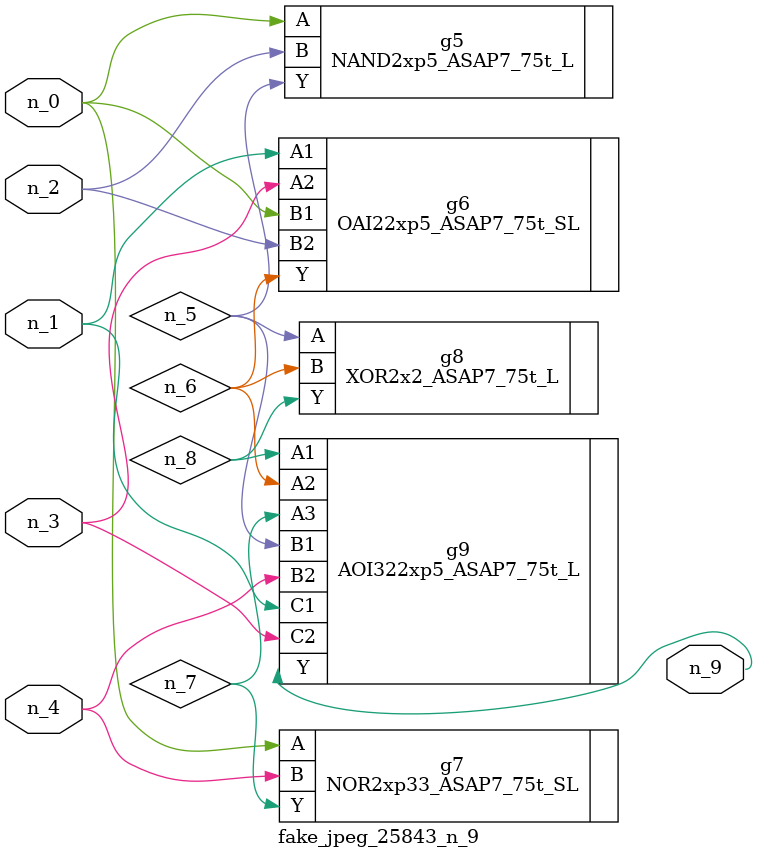
<source format=v>
module fake_jpeg_25843_n_9 (n_3, n_2, n_1, n_0, n_4, n_9);

input n_3;
input n_2;
input n_1;
input n_0;
input n_4;

output n_9;

wire n_8;
wire n_6;
wire n_5;
wire n_7;

NAND2xp5_ASAP7_75t_L g5 ( 
.A(n_0),
.B(n_2),
.Y(n_5)
);

OAI22xp5_ASAP7_75t_SL g6 ( 
.A1(n_1),
.A2(n_3),
.B1(n_0),
.B2(n_2),
.Y(n_6)
);

NOR2xp33_ASAP7_75t_SL g7 ( 
.A(n_0),
.B(n_4),
.Y(n_7)
);

XOR2x2_ASAP7_75t_L g8 ( 
.A(n_5),
.B(n_6),
.Y(n_8)
);

AOI322xp5_ASAP7_75t_L g9 ( 
.A1(n_8),
.A2(n_6),
.A3(n_7),
.B1(n_5),
.B2(n_4),
.C1(n_1),
.C2(n_3),
.Y(n_9)
);


endmodule
</source>
